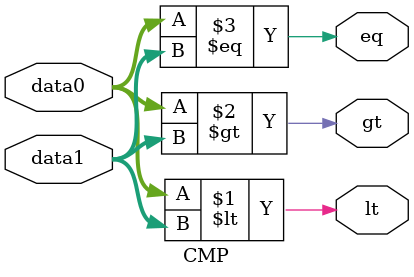
<source format=v>
module CMP(data0,data1,lt,gt,eq);
  input [15:0]data0,data1;
  output reg lt,gt,eq;
  
  assign lt = data0 < data1;
  assign gt = data0 > data1;
  assign eq = data0 == data1;
  
endmodule

</source>
